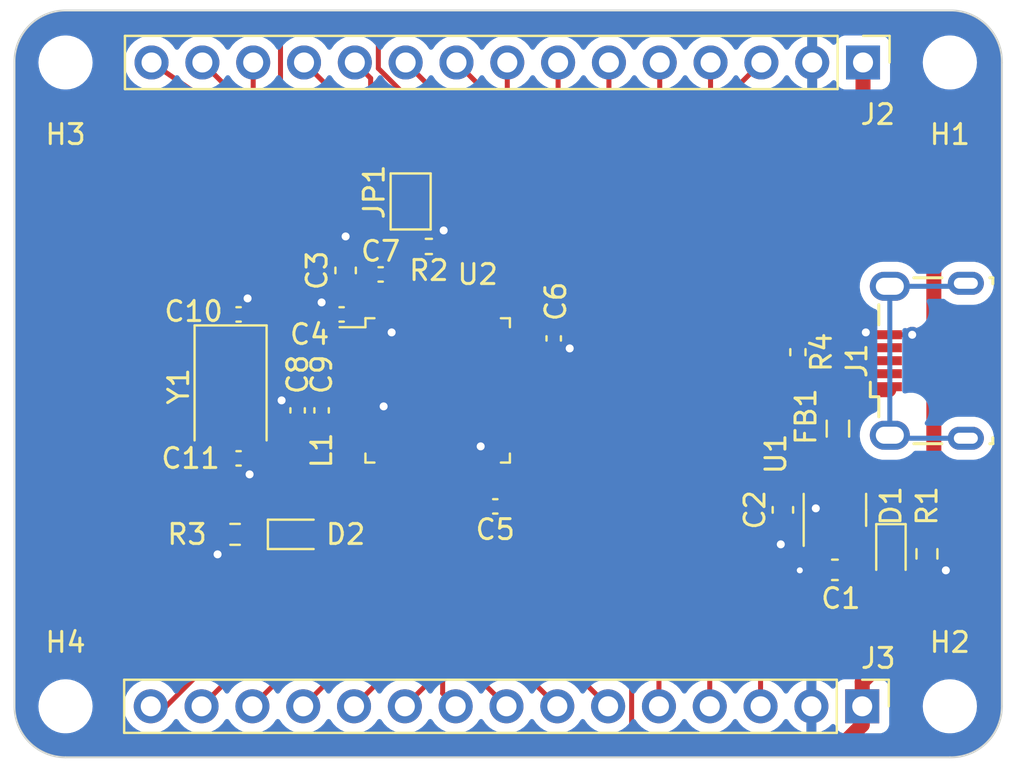
<source format=kicad_pcb>
(kicad_pcb (version 20221018) (generator pcbnew)
  (title_block (title "STM32F103C8T6") (date "2023-08-04") (rev "v.1.0") (company "https://github.com/anilv8"))
  (layers (0 "F.Cu" signal) (31 "B.Cu" signal) (34 "B.Paste" user) (35 "F.Paste" user) (36 "B.SilkS" user "B.Silkscreen") (37 "F.SilkS" user "F.Silkscreen") (38 "B.Mask" user) (39 "F.Mask" user) (44 "Edge.Cuts" user))
  (net 0 "")
  (net 1 "+3.3V")
  (net 2 "GND")
  (net 3 "VCC")
  (net 4 "+3.3VA")
  (net 5 "/HSE_OUT")
  (net 6 "/HSE_IN")
  (net 7 "Net-(D1-K)")
  (net 8 "Net-(D2-K)")
  (net 9 "/LED_STAT")
  (net 10 "+5V")
  (net 11 "USB_D-")
  (net 12 "USB_D+")
  (net 14 "unconnected-(J1-Shield-Pad6)")
  (net 15 "SWDIO")
  (net 16 "SWCLK")
  (net 17 "PA15")
  (net 18 "SW0")
  (net 19 "PB4")
  (net 20 "PB5")
  (net 21 "PB6")
  (net 22 "PB7")
  (net 23 "PB8")
  (net 24 "PB9")
  (net 25 "PC13")
  (net 26 "PC14")
  (net 27 "PC15")
  (net 28 "PA10")
  (net 29 "PA9")
  (net 30 "PA8")
  (net 31 "PB10")
  (net 32 "PB11")
  (net 33 "PB0")
  (net 34 "PB1")
  (net 35 "PB2")
  (net 36 "PA7")
  (net 37 "PA6")
  (net 38 "PA5")
  (net 39 "PA4")
  (net 40 "PA3")
  (net 48 "/BOOT0")
  (footprint "LED_SMD:LED_0603_1608Metric" (layer "F.Cu") (at 164.255 104.375 -90)
    (fp_text reference "D1" (at -2.4 0 90) (layer "F.SilkS"))
    (fp_text value "GREEN" hide)
    (fp_line (start -1.485 -0.735) (end -1.485 0.735) (stroke (width 0.12)) (layer "F.SilkS"))
    (fp_line (start -1.485 0.735) (end 0.8 0.735) (stroke (width 0.12)) (layer "F.SilkS"))
    (fp_line (start 0.8 -0.735) (end -1.485 -0.735) (stroke (width 0.12)) (layer "F.SilkS"))
    (pad "1" smd roundrect (at -0.7875 0 270) (size 0.875 0.95) (layers "F.Cu" "F.Paste" "F.Mask") (net 7 "Net-(D1-K)"))
    (pad "2" smd roundrect (at 0.7875 0 270) (size 0.875 0.95) (layers "F.Cu" "F.Paste" "F.Mask") (net 1 "+3.3V"))
  )
  (footprint "Resistor_SMD:R_0402_1005Metric" (layer "F.Cu") (at 141.16 89)
    (fp_text reference "R2" (at 0 1.2) (layer "F.SilkS"))
    (fp_text value "10k" hide)
    (fp_line (start -0.153641 -0.38) (end 0.153641 -0.38) (stroke (width 0.12)) (layer "F.SilkS"))
    (fp_line (start -0.153641 0.38) (end 0.153641 0.38) (stroke (width 0.12)) (layer "F.SilkS"))
    (pad "1" smd roundrect (at -0.51 0) (size 0.54 0.64) (layers "F.Cu" "F.Paste" "F.Mask") (net 48 "/BOOT0"))
    (pad "2" smd roundrect (at 0.51 0) (size 0.54 0.64) (layers "F.Cu" "F.Paste" "F.Mask") (net 2 "GND"))
  )
  (footprint "Inductor_SMD:L_0805_2012Metric" (layer "F.Cu") (at 161.605 98.1125 -90)
    (fp_text reference "FB1" (at -0.6 1.6 90) (layer "F.SilkS"))
    (fp_text value "100R" hide)
    (fp_line (start -0.399622 -0.56) (end 0.399622 -0.56) (stroke (width 0.12)) (layer "F.SilkS"))
    (fp_line (start -0.399622 0.56) (end 0.399622 0.56) (stroke (width 0.12)) (layer "F.SilkS"))
    (pad "1" smd roundrect (at -1.0625 0 270) (size 0.875 1.2) (layers "F.Cu" "F.Paste" "F.Mask") (net 10 "+5V"))
    (pad "2" smd roundrect (at 1.0625 0 270) (size 0.875 1.2) (layers "F.Cu" "F.Paste" "F.Mask") (net 3 "VCC"))
  )
  (footprint "Capacitor_SMD:C_0402_1005Metric" (layer "F.Cu") (at 134.6 97.2 90)
    (fp_text reference "C8" (at 1.8 0 90) (layer "F.SilkS"))
    (fp_text value "1u" hide)
    (fp_line (start -0.107836 -0.36) (end 0.107836 -0.36) (stroke (width 0.12)) (layer "F.SilkS"))
    (fp_line (start -0.107836 0.36) (end 0.107836 0.36) (stroke (width 0.12)) (layer "F.SilkS"))
    (pad "1" smd roundrect (at -0.48 0 90) (size 0.56 0.62) (layers "F.Cu" "F.Paste" "F.Mask") (net 4 "+3.3VA"))
    (pad "2" smd roundrect (at 0.48 0 90) (size 0.56 0.62) (layers "F.Cu" "F.Paste" "F.Mask") (net 2 "GND"))
  )
  (footprint "Resistor_SMD:R_0603_1608Metric" (layer "F.Cu") (at 166.055 104.375 -90)
    (fp_text reference "R1" (at -2.4 0 90) (layer "F.SilkS"))
    (fp_text value "1k5" hide)
    (fp_line (start -0.237258 -0.5225) (end 0.237258 -0.5225) (stroke (width 0.12)) (layer "F.SilkS"))
    (fp_line (start -0.237258 0.5225) (end 0.237258 0.5225) (stroke (width 0.12)) (layer "F.SilkS"))
    (pad "1" smd roundrect (at -0.825 0 270) (size 0.8 0.95) (layers "F.Cu" "F.Paste" "F.Mask") (net 7 "Net-(D1-K)"))
    (pad "2" smd roundrect (at 0.825 0 270) (size 0.8 0.95) (layers "F.Cu" "F.Paste" "F.Mask") (net 2 "GND"))
  )
  (footprint "Package_QFP:LQFP-48_7x7mm_P0.5mm" (layer "F.Cu") (at 141.6 96.2)
    (fp_text reference "U2" (at 2 -5.8) (layer "F.SilkS"))
    (fp_text value "STM32F103C8Tx" hide)
    (fp_line (start -3.61 -3.61) (end -3.61 -3.16) (stroke (width 0.12)) (layer "F.SilkS"))
    (fp_line (start -3.61 -3.16) (end -4.9 -3.16) (stroke (width 0.12)) (layer "F.SilkS"))
    (fp_line (start -3.61 3.61) (end -3.61 3.16) (stroke (width 0.12)) (layer "F.SilkS"))
    (fp_line (start -3.16 -3.61) (end -3.61 -3.61) (stroke (width 0.12)) (layer "F.SilkS"))
    (fp_line (start -3.16 3.61) (end -3.61 3.61) (stroke (width 0.12)) (layer "F.SilkS"))
    (fp_line (start 3.16 -3.61) (end 3.61 -3.61) (stroke (width 0.12)) (layer "F.SilkS"))
    (fp_line (start 3.16 3.61) (end 3.61 3.61) (stroke (width 0.12)) (layer "F.SilkS"))
    (fp_line (start 3.61 -3.61) (end 3.61 -3.16) (stroke (width 0.12)) (layer "F.SilkS"))
    (fp_line (start 3.61 3.61) (end 3.61 3.16) (stroke (width 0.12)) (layer "F.SilkS"))
    (pad "1" smd roundrect (at -4.1625 -2.75) (size 1.475 0.3) (layers "F.Cu" "F.Paste" "F.Mask") (net 1 "+3.3V"))
    (pad "2" smd roundrect (at -4.1625 -2.25) (size 1.475 0.3) (layers "F.Cu" "F.Paste" "F.Mask") (net 25 "PC13"))
    (pad "3" smd roundrect (at -4.1625 -1.75) (size 1.475 0.3) (layers "F.Cu" "F.Paste" "F.Mask") (net 26 "PC14"))
    (pad "4" smd roundrect (at -4.1625 -1.25) (size 1.475 0.3) (layers "F.Cu" "F.Paste" "F.Mask") (net 27 "PC15"))
    (pad "5" smd roundrect (at -4.1625 -0.75) (size 1.475 0.3) (layers "F.Cu" "F.Paste" "F.Mask") (net 5 "/HSE_OUT"))
    (pad "6" smd roundrect (at -4.1625 -0.25) (size 1.475 0.3) (layers "F.Cu" "F.Paste" "F.Mask") (net 6 "/HSE_IN"))
    (pad "7" smd roundrect (at -4.1625 0.25) (size 1.475 0.3) (layers "F.Cu" "F.Paste" "F.Mask"))
    (pad "8" smd roundrect (at -4.1625 0.75) (size 1.475 0.3) (layers "F.Cu" "F.Paste" "F.Mask") (net 2 "GND"))
    (pad "9" smd roundrect (at -4.1625 1.25) (size 1.475 0.3) (layers "F.Cu" "F.Paste" "F.Mask") (net 4 "+3.3VA"))
    (pad "10" smd roundrect (at -4.1625 1.75) (size 1.475 0.3) (layers "F.Cu" "F.Paste" "F.Mask"))
    (pad "11" smd roundrect (at -4.1625 2.25) (size 1.475 0.3) (layers "F.Cu" "F.Paste" "F.Mask") (net 9 "/LED_STAT"))
    (pad "12" smd roundrect (at -4.1625 2.75) (size 1.475 0.3) (layers "F.Cu" "F.Paste" "F.Mask"))
    (pad "13" smd roundrect (at -2.75 4.1625) (size 0.3 1.475) (layers "F.Cu" "F.Paste" "F.Mask") (net 40 "PA3"))
    (pad "14" smd roundrect (at -2.25 4.1625) (size 0.3 1.475) (layers "F.Cu" "F.Paste" "F.Mask") (net 39 "PA4"))
    (pad "15" smd roundrect (at -1.75 4.1625) (size 0.3 1.475) (layers "F.Cu" "F.Paste" "F.Mask") (net 38 "PA5"))
    (pad "16" smd roundrect (at -1.25 4.1625) (size 0.3 1.475) (layers "F.Cu" "F.Paste" "F.Mask") (net 37 "PA6"))
    (pad "17" smd roundrect (at -0.75 4.1625) (size 0.3 1.475) (layers "F.Cu" "F.Paste" "F.Mask") (net 36 "PA7"))
    (pad "18" smd roundrect (at -0.25 4.1625) (size 0.3 1.475) (layers "F.Cu" "F.Paste" "F.Mask") (net 33 "PB0"))
    (pad "19" smd roundrect (at 0.25 4.1625) (size 0.3 1.475) (layers "F.Cu" "F.Paste" "F.Mask") (net 34 "PB1"))
    (pad "20" smd roundrect (at 0.75 4.1625) (size 0.3 1.475) (layers "F.Cu" "F.Paste" "F.Mask") (net 35 "PB2"))
    (pad "21" smd roundrect (at 1.25 4.1625) (size 0.3 1.475) (layers "F.Cu" "F.Paste" "F.Mask") (net 31 "PB10"))
    (pad "22" smd roundrect (at 1.75 4.1625) (size 0.3 1.475) (layers "F.Cu" "F.Paste" "F.Mask") (net 32 "PB11"))
    (pad "23" smd roundrect (at 2.25 4.1625) (size 0.3 1.475) (layers "F.Cu" "F.Paste" "F.Mask") (net 2 "GND"))
    (pad "24" smd roundrect (at 2.75 4.1625) (size 0.3 1.475) (layers "F.Cu" "F.Paste" "F.Mask") (net 1 "+3.3V"))
    (pad "25" smd roundrect (at 4.1625 2.75) (size 1.475 0.3) (layers "F.Cu" "F.Paste" "F.Mask"))
    (pad "26" smd roundrect (at 4.1625 2.25) (size 1.475 0.3) (layers "F.Cu" "F.Paste" "F.Mask"))
    (pad "27" smd roundrect (at 4.1625 1.75) (size 1.475 0.3) (layers "F.Cu" "F.Paste" "F.Mask"))
    (pad "28" smd roundrect (at 4.1625 1.25) (size 1.475 0.3) (layers "F.Cu" "F.Paste" "F.Mask"))
    (pad "29" smd roundrect (at 4.1625 0.75) (size 1.475 0.3) (layers "F.Cu" "F.Paste" "F.Mask") (net 30 "PA8"))
    (pad "30" smd roundrect (at 4.1625 0.25) (size 1.475 0.3) (layers "F.Cu" "F.Paste" "F.Mask") (net 29 "PA9"))
    (pad "31" smd roundrect (at 4.1625 -0.25) (size 1.475 0.3) (layers "F.Cu" "F.Paste" "F.Mask") (net 28 "PA10"))
    (pad "32" smd roundrect (at 4.1625 -0.75) (size 1.475 0.3) (layers "F.Cu" "F.Paste" "F.Mask") (net 11 "USB_D-"))
    (pad "33" smd roundrect (at 4.1625 -1.25) (size 1.475 0.3) (layers "F.Cu" "F.Paste" "F.Mask") (net 12 "USB_D+"))
    (pad "34" smd roundrect (at 4.1625 -1.75) (size 1.475 0.3) (layers "F.Cu" "F.Paste" "F.Mask") (net 15 "SWDIO"))
    (pad "35" smd roundrect (at 4.1625 -2.25) (size 1.475 0.3) (layers "F.Cu" "F.Paste" "F.Mask") (net 2 "GND"))
    (pad "36" smd roundrect (at 4.1625 -2.75) (size 1.475 0.3) (layers "F.Cu" "F.Paste" "F.Mask") (net 1 "+3.3V"))
    (pad "37" smd roundrect (at 2.75 -4.1625) (size 0.3 1.475) (layers "F.Cu" "F.Paste" "F.Mask") (net 16 "SWCLK"))
    (pad "38" smd roundrect (at 2.25 -4.1625) (size 0.3 1.475) (layers "F.Cu" "F.Paste" "F.Mask") (net 17 "PA15"))
    (pad "39" smd roundrect (at 1.75 -4.1625) (size 0.3 1.475) (layers "F.Cu" "F.Paste" "F.Mask") (net 18 "SW0"))
    (pad "40" smd roundrect (at 1.25 -4.1625) (size 0.3 1.475) (layers "F.Cu" "F.Paste" "F.Mask") (net 19 "PB4"))
    (pad "41" smd roundrect (at 0.75 -4.1625) (size 0.3 1.475) (layers "F.Cu" "F.Paste" "F.Mask") (net 20 "PB5"))
    (pad "42" smd roundrect (at 0.25 -4.1625) (size 0.3 1.475) (layers "F.Cu" "F.Paste" "F.Mask") (net 21 "PB6"))
    (pad "43" smd roundrect (at -0.25 -4.1625) (size 0.3 1.475) (layers "F.Cu" "F.Paste" "F.Mask") (net 22 "PB7"))
    (pad "44" smd roundrect (at -0.75 -4.1625) (size 0.3 1.475) (layers "F.Cu" "F.Paste" "F.Mask") (net 48 "/BOOT0"))
    (pad "45" smd roundrect (at -1.25 -4.1625) (size 0.3 1.475) (layers "F.Cu" "F.Paste" "F.Mask") (net 23 "PB8"))
    (pad "46" smd roundrect (at -1.75 -4.1625) (size 0.3 1.475) (layers "F.Cu" "F.Paste" "F.Mask") (net 24 "PB9"))
    (pad "47" smd roundrect (at -2.25 -4.1625) (size 0.3 1.475) (layers "F.Cu" "F.Paste" "F.Mask") (net 2 "GND"))
    (pad "48" smd roundrect (at -2.75 -4.1625) (size 0.3 1.475) (layers "F.Cu" "F.Paste" "F.Mask") (net 1 "+3.3V"))
  )
  (footprint "Resistor_SMD:R_0402_1005Metric" (layer "F.Cu") (at 159.605 94.29 -90)
    (fp_text reference "R4" (at 0 -1.17 90) (layer "F.SilkS"))
    (fp_text value "1k5")
    (fp_line (start -0.153641 -0.38) (end 0.153641 -0.38) (stroke (width 0.12)) (layer "F.SilkS"))
    (fp_line (start -0.153641 0.38) (end 0.153641 0.38) (stroke (width 0.12)) (layer "F.SilkS"))
    (pad "1" smd roundrect (at -0.51 0 270) (size 0.54 0.64) (layers "F.Cu" "F.Paste" "F.Mask") (net 1 "+3.3V"))
    (pad "2" smd roundrect (at 0.51 0 270) (size 0.54 0.64) (layers "F.Cu" "F.Paste" "F.Mask") (net 12 "USB_D+"))
  )
  (footprint "Capacitor_SMD:C_0402_1005Metric" (layer "F.Cu") (at 131.65 92.4)
    (fp_text reference "C10" (at -2.25 -0.15) (layer "F.SilkS"))
    (fp_text value "30p" hide)
    (fp_line (start -0.107836 -0.36) (end 0.107836 -0.36) (stroke (width 0.12)) (layer "F.SilkS"))
    (fp_line (start -0.107836 0.36) (end 0.107836 0.36) (stroke (width 0.12)) (layer "F.SilkS"))
    (pad "1" smd roundrect (at -0.48 0) (size 0.56 0.62) (layers "F.Cu" "F.Paste" "F.Mask") (net 5 "/HSE_OUT"))
    (pad "2" smd roundrect (at 0.48 0) (size 0.56 0.62) (layers "F.Cu" "F.Paste" "F.Mask") (net 2 "GND"))
  )
  (footprint "MountingHole:MountingHole_2.2mm_M2" (layer "F.Cu") (at 167.2 79.8)
    (fp_text reference "H1" (at 0 3.6) (layer "F.SilkS"))
    (fp_text value "MountingHole" hide)
    (pad "" np_thru_hole circle (at 0 0) (size 2.2 2.2) (drill 2.2) (layers "*.Cu" "*.Mask"))
  )
  (footprint "MountingHole:MountingHole_2.2mm_M2" (layer "F.Cu") (at 167.2 112)
    (fp_text reference "H2" (at 0 -3.2) (layer "F.SilkS"))
    (fp_text value "MountingHole" hide)
    (pad "" np_thru_hole circle (at 0 0) (size 2.2 2.2) (drill 2.2) (layers "*.Cu" "*.Mask"))
  )
  (footprint "LED_SMD:LED_0603_1608Metric" (layer "F.Cu") (at 134.6 103.4)
    (fp_text reference "D2" (at 2.4 0) (layer "F.SilkS"))
    (fp_text value "BLUE" hide)
    (fp_line (start -1.485 -0.735) (end -1.485 0.735) (stroke (width 0.12)) (layer "F.SilkS"))
    (fp_line (start -1.485 0.735) (end 0.8 0.735) (stroke (width 0.12)) (layer "F.SilkS"))
    (fp_line (start 0.8 -0.735) (end -1.485 -0.735) (stroke (width 0.12)) (layer "F.SilkS"))
    (pad "1" smd roundrect (at -0.7875 0) (size 0.875 0.95) (layers "F.Cu" "F.Paste" "F.Mask") (net 8 "Net-(D2-K)"))
    (pad "2" smd roundrect (at 0.7875 0) (size 0.875 0.95) (layers "F.Cu" "F.Paste" "F.Mask") (net 9 "/LED_STAT"))
  )
  (footprint "Capacitor_SMD:C_0402_1005Metric" (layer "F.Cu") (at 138.75 90.4)
    (fp_text reference "C7" (at 0 -1.16) (layer "F.SilkS"))
    (fp_text value "100n" hide)
    (fp_line (start -0.107836 -0.36) (end 0.107836 -0.36) (stroke (width 0.12)) (layer "F.SilkS"))
    (fp_line (start -0.107836 0.36) (end 0.107836 0.36) (stroke (width 0.12)) (layer "F.SilkS"))
    (pad "1" smd roundrect (at -0.48 0) (size 0.56 0.62) (layers "F.Cu" "F.Paste" "F.Mask") (net 1 "+3.3V"))
    (pad "2" smd roundrect (at 0.48 0) (size 0.56 0.62) (layers "F.Cu" "F.Paste" "F.Mask") (net 2 "GND"))
  )
  (footprint "Capacitor_SMD:C_0402_1005Metric" (layer "F.Cu") (at 135.8 97.2 90)
    (fp_text reference "C9" (at 1.8 0 90) (layer "F.SilkS"))
    (fp_text value "100n" hide)
    (fp_line (start -0.107836 -0.36) (end 0.107836 -0.36) (stroke (width 0.12)) (layer "F.SilkS"))
    (fp_line (start -0.107836 0.36) (end 0.107836 0.36) (stroke (width 0.12)) (layer "F.SilkS"))
    (pad "1" smd roundrect (at -0.48 0 90) (size 0.56 0.62) (layers "F.Cu" "F.Paste" "F.Mask") (net 4 "+3.3VA"))
    (pad "2" smd roundrect (at 0.48 0 90) (size 0.56 0.62) (layers "F.Cu" "F.Paste" "F.Mask") (net 2 "GND"))
  )
  (footprint "Capacitor_SMD:C_0402_1005Metric" (layer "F.Cu") (at 144.48 102 180)
    (fp_text reference "C5" (at 0 -1.16) (layer "F.SilkS"))
    (fp_text value "100n" hide)
    (fp_line (start -0.107836 -0.36) (end 0.107836 -0.36) (stroke (width 0.12)) (layer "F.SilkS"))
    (fp_line (start -0.107836 0.36) (end 0.107836 0.36) (stroke (width 0.12)) (layer "F.SilkS"))
    (pad "1" smd roundrect (at -0.48 0 180) (size 0.56 0.62) (layers "F.Cu" "F.Paste" "F.Mask") (net 1 "+3.3V"))
    (pad "2" smd roundrect (at 0.48 0 180) (size 0.56 0.62) (layers "F.Cu" "F.Paste" "F.Mask") (net 2 "GND"))
  )
  (footprint "Capacitor_SMD:C_0603_1608Metric" (layer "F.Cu") (at 137 90.2 90)
    (fp_text reference "C3" (at 0 -1.43 90) (layer "F.SilkS"))
    (fp_text value "4u7" hide)
    (fp_line (start -0.14058 -0.51) (end 0.14058 -0.51) (stroke (width 0.12)) (layer "F.SilkS"))
    (fp_line (start -0.14058 0.51) (end 0.14058 0.51) (stroke (width 0.12)) (layer "F.SilkS"))
    (pad "1" smd roundrect (at -0.775 0 90) (size 0.9 0.95) (layers "F.Cu" "F.Paste" "F.Mask") (net 1 "+3.3V"))
    (pad "2" smd roundrect (at 0.775 0 90) (size 0.9 0.95) (layers "F.Cu" "F.Paste" "F.Mask") (net 2 "GND"))
  )
  (footprint "Connector_USB:USB_Micro-B_Wuerth_629105150521" (layer "F.Cu") (at 166.05 94.7175 90)
    (fp_text reference "J1" (at 0 -3.5 90) (layer "F.SilkS"))
    (fp_text value "USB_B_Micro" hide)
    (fp_line (start -4.15 -0.65) (end -4.15 0.75) (stroke (width 0.15)) (layer "F.SilkS"))
    (fp_line (start -4.15 3.15) (end -4.15 3.3) (stroke (width 0.15)) (layer "F.SilkS"))
    (fp_line (start -4.15 3.3) (end -3.85 3.3) (stroke (width 0.15)) (layer "F.SilkS"))
    (fp_line (start -1.8 -2.825) (end -1.8 -2.4) (stroke (width 0.15)) (layer "F.SilkS"))
    (fp_line (start -1.8 -2.4) (end -2.8 -2.4) (stroke (width 0.15)) (layer "F.SilkS"))
    (fp_line (start -1.075 -2.825) (end -1.8 -2.825) (stroke (width 0.15)) (layer "F.SilkS"))
    (fp_line (start 1.8 -2.4) (end 2.8 -2.4) (stroke (width 0.15)) (layer "F.SilkS"))
    (fp_line (start 3.85 3.3) (end 4.15 3.3) (stroke (width 0.15)) (layer "F.SilkS"))
    (fp_line (start 4.15 0.75) (end 4.15 -0.65) (stroke (width 0.15)) (layer "F.SilkS"))
    (fp_line (start 4.15 3.3) (end 4.15 3.15) (stroke (width 0.15)) (layer "F.SilkS"))
    (pad "" np_thru_hole oval (at -2.5 -0.8 90) (size 0.8 0.8) (drill 0.8) (layers "*.Cu" "*.Mask"))
    (pad "" np_thru_hole oval (at 2.5 -0.8 90) (size 0.8 0.8) (drill 0.8) (layers "*.Cu" "*.Mask"))
    (pad "1" smd rect (at -1.3 -1.9 90) (size 0.45 1.3) (layers "F.Cu" "F.Paste" "F.Mask") (net 10 "+5V"))
    (pad "2" smd rect (at -0.65 -1.9 90) (size 0.45 1.3) (layers "F.Cu" "F.Paste" "F.Mask") (net 11 "USB_D-"))
    (pad "3" smd rect (at 0 -1.9 90) (size 0.45 1.3) (layers "F.Cu" "F.Paste" "F.Mask") (net 12 "USB_D+"))
    (pad "4" smd rect (at 0.65 -1.9 90) (size 0.45 1.3) (layers "F.Cu" "F.Paste" "F.Mask"))
    (pad "5" smd rect (at 1.3 -1.9 90) (size 0.45 1.3) (layers "F.Cu" "F.Paste" "F.Mask") (net 2 "GND"))
    (pad "6" thru_hole oval (at -3.875 1.95 90) (size 1.15 1.8) (drill oval 0.55 1.2) (layers "*.Cu" "*.Mask") (net 14 "unconnected-(J1-Shield-Pad6)"))
    (pad "6" thru_hole oval (at -3.725 -1.85 90) (size 1.45 2) (drill oval 0.85 1.4) (layers "*.Cu" "*.Mask") (net 14 "unconnected-(J1-Shield-Pad6)"))
    (pad "6" thru_hole oval (at 3.725 -1.85 90) (size 1.45 2) (drill oval 0.85 1.4) (layers "*.Cu" "*.Mask") (net 14 "unconnected-(J1-Shield-Pad6)"))
    (pad "6" thru_hole oval (at 3.875 1.95 90) (size 1.15 1.8) (drill oval 0.55 1.2) (layers "*.Cu" "*.Mask") (net 14 "unconnected-(J1-Shield-Pad6)"))
  )
  (footprint "Capacitor_SMD:C_0402_1005Metric" (layer "F.Cu") (at 136.8 92.4 180)
    (fp_text reference "C4" (at 1.6 -1) (layer "F.SilkS"))
    (fp_text value "100n" hide)
    (fp_line (start -0.107836 -0.36) (end 0.107836 -0.36) (stroke (width 0.12)) (layer "F.SilkS"))
    (fp_line (start -0.107836 0.36) (end 0.107836 0.36) (stroke (width 0.12)) (layer "F.SilkS"))
    (pad "1" smd roundrect (at -0.48 0 180) (size 0.56 0.62) (layers "F.Cu" "F.Paste" "F.Mask") (net 1 "+3.3V"))
    (pad "2" smd roundrect (at 0.48 0 180) (size 0.56 0.62) (layers "F.Cu" "F.Paste" "F.Mask") (net 2 "GND"))
  )
  (footprint "Inductor_SMD:L_0402_1005Metric" (layer "F.Cu") (at 134.6 99.2 90)
    (fp_text reference "L1" (at 0 1.2 90) (layer "F.SilkS"))
    (fp_text value "27n" hide)
    (pad "1" smd roundrect (at -0.485 0 90) (size 0.59 0.64) (layers "F.Cu" "F.Paste" "F.Mask") (net 1 "+3.3V"))
    (pad "2" smd roundrect (at 0.485 0 90) (size 0.59 0.64) (layers "F.Cu" "F.Paste" "F.Mask") (net 4 "+3.3VA"))
  )
  (footprint "MountingHole:MountingHole_2.2mm_M2" (layer "F.Cu") (at 123 79.8)
    (fp_text reference "H3" (at 0 3.6) (layer "F.SilkS"))
    (fp_text value "MountingHole" hide)
    (pad "" np_thru_hole circle (at 0 0) (size 2.2 2.2) (drill 2.2) (layers "*.Cu" "*.Mask"))
  )
  (footprint "Resistor_SMD:R_0603_1608Metric" (layer "F.Cu") (at 131.475 103.4 180)
    (fp_text reference "R3" (at 2.4 0) (layer "F.SilkS"))
    (fp_text value "1k5" hide)
    (fp_line (start -0.237258 -0.5225) (end 0.237258 -0.5225) (stroke (width 0.12)) (layer "F.SilkS"))
    (fp_line (start -0.237258 0.5225) (end 0.237258 0.5225) (stroke (width 0.12)) (layer "F.SilkS"))
    (pad "1" smd roundrect (at -0.825 0 180) (size 0.8 0.95) (layers "F.Cu" "F.Paste" "F.Mask") (net 8 "Net-(D2-K)"))
    (pad "2" smd roundrect (at 0.825 0 180) (size 0.8 0.95) (layers "F.Cu" "F.Paste" "F.Mask") (net 2 "GND"))
  )
  (footprint "Capacitor_SMD:C_0603_1608Metric" (layer "F.Cu") (at 158.855 102.175 -90)
    (fp_text reference "C2" (at 0 1.4 90) (layer "F.SilkS"))
    (fp_text value "1u" hide)
    (fp_line (start -0.14058 -0.51) (end 0.14058 -0.51) (stroke (width 0.12)) (layer "F.SilkS"))
    (fp_line (start -0.14058 0.51) (end 0.14058 0.51) (stroke (width 0.12)) (layer "F.SilkS"))
    (pad "1" smd roundrect (at -0.775 0 270) (size 0.9 0.95) (layers "F.Cu" "F.Paste" "F.Mask") (net 3 "VCC"))
    (pad "2" smd roundrect (at 0.775 0 270) (size 0.9 0.95) (layers "F.Cu" "F.Paste" "F.Mask") (net 2 "GND"))
  )
  (footprint "Package_TO_SOT_SMD:SOT-23-3" (layer "F.Cu") (at 161.455 102.175 90)
    (fp_text reference "U1" (at 2.8 -2.955 90) (layer "F.SilkS"))
    (fp_text value "XC6206P333MR" hide)
    (fp_line (start 0 -1.56) (end -1.8 -1.56) (stroke (width 0.12)) (layer "F.SilkS"))
    (fp_line (start 0 -1.56) (end 0.8 -1.56) (stroke (width 0.12)) (layer "F.SilkS"))
    (fp_line (start 0 1.56) (end -0.8 1.56) (stroke (width 0.12)) (layer "F.SilkS"))
    (fp_line (start 0 1.56) (end 0.8 1.56) (stroke (width 0.12)) (layer "F.SilkS"))
    (pad "1" smd roundrect (at -1.1375 -0.95 90) (size 1.325 0.6) (layers "F.Cu" "F.Paste" "F.Mask") (net 2 "GND"))
    (pad "2" smd roundrect (at -1.1375 0.95 90) (size 1.325 0.6) (layers "F.Cu" "F.Paste" "F.Mask") (net 1 "+3.3V"))
    (pad "3" smd roundrect (at 1.1375 0 90) (size 1.325 0.6) (layers "F.Cu" "F.Paste" "F.Mask") (net 3 "VCC"))
  )
  (footprint "Capacitor_SMD:C_0402_1005Metric" (layer "F.Cu") (at 147.4 93.6 -90)
    (fp_text reference "C6" (at -1.85 -0.1 90) (layer "F.SilkS"))
    (fp_text value "100n" hide)
    (fp_line (start -0.107836 -0.36) (end 0.107836 -0.36) (stroke (width 0.12)) (layer "F.SilkS"))
    (fp_line (start -0.107836 0.36) (end 0.107836 0.36) (stroke (width 0.12)) (layer "F.SilkS"))
    (pad "1" smd roundrect (at -0.48 0 270) (size 0.56 0.62) (layers "F.Cu" "F.Paste" "F.Mask") (net 1 "+3.3V"))
    (pad "2" smd roundrect (at 0.48 0 270) (size 0.56 0.62) (layers "F.Cu" "F.Paste" "F.Mask") (net 2 "GND"))
  )
  (footprint "Jumper:SolderJumper-2_P1.3mm_Open_Pad1.0x1.5mm" (layer "F.Cu") (at 140.25 86.75 90)
    (fp_text reference "JP1" (at 0.475 -1.825 90) (layer "F.SilkS"))
    (fp_text value "SolderJumper_2_Open" hide)
    (fp_line (start -1.4 -1) (end 1.4 -1) (stroke (width 0.12)) (layer "F.SilkS"))
    (fp_line (start -1.4 1) (end -1.4 -1) (stroke (width 0.12)) (layer "F.SilkS"))
    (fp_line (start 1.4 -1) (end 1.4 1) (stroke (width 0.12)) (layer "F.SilkS"))
    (fp_line (start 1.4 1) (end -1.4 1) (stroke (width 0.12)) (layer "F.SilkS"))
    (pad "1" smd rect (at -0.65 0 90) (size 1 1.5) (layers "F.Cu" "F.Mask") (net 48 "/BOOT0"))
    (pad "2" smd rect (at 0.65 0 90) (size 1 1.5) (layers "F.Cu" "F.Mask") (net 1 "+3.3V"))
  )
  (footprint "Crystal:Crystal_SMD_5032-2Pin_5.0x3.2mm" (layer "F.Cu") (at 131.25 96 -90)
    (fp_text reference "Y1" (at 0 2.6 90) (layer "F.SilkS"))
    (fp_text value "8MHz" hide)
    (fp_line (start -3.05 -1.8) (end -3.05 1.8) (stroke (width 0.12)) (layer "F.SilkS"))
    (fp_line (start -3.05 1.8) (end 2.7 1.8) (stroke (width 0.12)) (layer "F.SilkS"))
    (fp_line (start 2.7 -1.8) (end -3.05 -1.8) (stroke (width 0.12)) (layer "F.SilkS"))
    (pad "1" smd rect (at -1.85 0 270) (size 2 2.4) (layers "F.Cu" "F.Paste" "F.Mask") (net 5 "/HSE_OUT"))
    (pad "2" smd rect (at 1.85 0 270) (size 2 2.4) (layers "F.Cu" "F.Paste" "F.Mask") (net 6 "/HSE_IN"))
  )
  (footprint "Capacitor_SMD:C_0603_1608Metric" (layer "F.Cu") (at 161.455 105.175 180)
    (fp_text reference "C1" (at -0.295 -1.43) (layer "F.SilkS"))
    (fp_text value "1u" hide)
    (fp_line (start -0.14058 -0.51) (end 0.14058 -0.51) (stroke (width 0.12)) (layer "F.SilkS"))
    (fp_line (start -0.14058 0.51) (end 0.14058 0.51) (stroke (width 0.12)) (layer "F.SilkS"))
    (pad "1" smd roundrect (at -0.775 0 180) (size 0.9 0.95) (layers "F.Cu" "F.Paste" "F.Mask") (net 1 "+3.3V"))
    (pad "2" smd roundrect (at 0.775 0 180) (size 0.9 0.95) (layers "F.Cu" "F.Paste" "F.Mask") (net 2 "GND"))
  )
  (footprint "Connector_PinHeader_2.54mm:PinHeader_1x15_P2.54mm_Vertical" (layer "F.Cu") (at 162.86 79.8 -90)
    (fp_text reference "J2" (at 2.6 -0.74 -180) (layer "F.SilkS"))
    (fp_text value "Conn_01x15" hide)
    (fp_line (start -1.33 -1.33) (end 0 -1.33) (stroke (width 0.12)) (layer "F.SilkS"))
    (fp_line (start -1.33 0) (end -1.33 -1.33) (stroke (width 0.12)) (layer "F.SilkS"))
    (fp_line (start -1.33 1.27) (end -1.33 36.89) (stroke (width 0.12)) (layer "F.SilkS"))
    (fp_line (start -1.33 1.27) (end 1.33 1.27) (stroke (width 0.12)) (layer "F.SilkS"))
    (fp_line (start -1.33 36.89) (end 1.33 36.89) (stroke (width 0.12)) (layer "F.SilkS"))
    (fp_line (start 1.33 1.27) (end 1.33 36.89) (stroke (width 0.12)) (layer "F.SilkS"))
    (pad "1" thru_hole rect (at 0 0 270) (size 1.7 1.7) (drill 1) (layers "*.Cu" "*.Mask") (net 1 "+3.3V"))
    (pad "2" thru_hole oval (at 0 2.54 270) (size 1.7 1.7) (drill 1) (layers "*.Cu" "*.Mask") (net 2 "GND"))
    (pad "3" thru_hole oval (at 0 5.08 270) (size 1.7 1.7) (drill 1) (layers "*.Cu" "*.Mask") (net 15 "SWDIO"))
    (pad "4" thru_hole oval (at 0 7.62 270) (size 1.7 1.7) (drill 1) (layers "*.Cu" "*.Mask") (net 16 "SWCLK"))
    (pad "5" thru_hole oval (at 0 10.16 270) (size 1.7 1.7) (drill 1) (layers "*.Cu" "*.Mask") (net 17 "PA15"))
    (pad "6" thru_hole oval (at 0 12.7 270) (size 1.7 1.7) (drill 1) (layers "*.Cu" "*.Mask") (net 18 "SW0"))
    (pad "7" thru_hole oval (at 0 15.24 270) (size 1.7 1.7) (drill 1) (layers "*.Cu" "*.Mask") (net 19 "PB4"))
    (pad "8" thru_hole oval (at 0 17.78 270) (size 1.7 1.7) (drill 1) (layers "*.Cu" "*.Mask") (net 20 "PB5"))
    (pad "9" thru_hole oval (at 0 20.32 270) (size 1.7 1.7) (drill 1) (layers "*.Cu" "*.Mask") (net 21 "PB6"))
    (pad "10" thru_hole oval (at 0 22.86 270) (size 1.7 1.7) (drill 1) (layers "*.Cu" "*.Mask") (net 22 "PB7"))
    (pad "11" thru_hole oval (at 0 25.4 270) (size 1.7 1.7) (drill 1) (layers "*.Cu" "*.Mask") (net 23 "PB8"))
    (pad "12" thru_hole oval (at 0 27.94 270) (size 1.7 1.7) (drill 1) (layers "*.Cu" "*.Mask") (net 24 "PB9"))
    (pad "13" thru_hole oval (at 0 30.48 270) (size 1.7 1.7) (drill 1) (layers "*.Cu" "*.Mask") (net 25 "PC13"))
    (pad "14" thru_hole oval (at 0 33.02 270) (size 1.7 1.7) (drill 1) (layers "*.Cu" "*.Mask") (net 26 "PC14"))
    (pad "15" thru_hole oval (at 0 35.56 270) (size 1.7 1.7) (drill 1) (layers "*.Cu" "*.Mask") (net 27 "PC15"))
  )
  (footprint "MountingHole:MountingHole_2.2mm_M2" (layer "F.Cu") (at 123 112)
    (fp_text reference "H4" (at 0 -3.2) (layer "F.SilkS"))
    (fp_text value "MountingHole" hide)
    (pad "" np_thru_hole circle (at 0 0) (size 2.2 2.2) (drill 2.2) (layers "*.Cu" "*.Mask"))
  )
  (footprint "Connector_PinHeader_2.54mm:PinHeader_1x15_P2.54mm_Vertical" (layer "F.Cu") (at 162.82 112 -90)
    (fp_text reference "J3" (at -2.4 -0.8 -180) (layer "F.SilkS"))
    (fp_text value "Conn_01x15" hide)
    (fp_line (start -1.33 -1.33) (end 0 -1.33) (stroke (width 0.12)) (layer "F.SilkS"))
    (fp_line (start -1.33 0) (end -1.33 -1.33) (stroke (width 0.12)) (layer "F.SilkS"))
    (fp_line (start -1.33 1.27) (end -1.33 36.89) (stroke (width 0.12)) (layer "F.SilkS"))
    (fp_line (start -1.33 1.27) (end 1.33 1.27) (stroke (width 0.12)) (layer "F.SilkS"))
    (fp_line (start -1.33 36.89) (end 1.33 36.89) (stroke (width 0.12)) (layer "F.SilkS"))
    (fp_line (start 1.33 1.27) (end 1.33 36.89) (stroke (width 0.12)) (layer "F.SilkS"))
    (pad "1" thru_hole rect (at 0 0 270) (size 1.7 1.7) (drill 1) (layers "*.Cu" "*.Mask") (net 1 "+3.3V"))
    (pad "2" thru_hole oval (at 0 2.54 270) (size 1.7 1.7) (drill 1) (layers "*.Cu" "*.Mask") (net 2 "GND"))
    (pad "3" thru_hole oval (at 0 5.08 270) (size 1.7 1.7) (drill 1) (layers "*.Cu" "*.Mask") (net 28 "PA10"))
    (pad "4" thru_hole oval (at 0 7.62 270) (size 1.7 1.7) (drill 1) (layers "*.Cu" "*.Mask") (net 29 "PA9"))
    (pad "5" thru_hole oval (at 0 10.16 270) (size 1.7 1.7) (drill 1) (layers "*.Cu" "*.Mask") (net 30 "PA8"))
    (pad "6" thru_hole oval (at 0 12.7 270) (size 1.7 1.7) (drill 1) (layers "*.Cu" "*.Mask") (net 32 "PB11"))
    (pad "7" thru_hole oval (at 0 15.24 270) (size 1.7 1.7) (drill 1) (layers "*.Cu" "*.Mask") (net 31 "PB10"))
    (pad "8" thru_hole oval (at 0 17.78 270) (size 1.7 1.7) (drill 1) (layers "*.Cu" "*.Mask") (net 35 "PB2"))
    (pad "9" thru_hole oval (at 0 20.32 270) (size 1.7 1.7) (drill 1) (layers "*.Cu" "*.Mask") (net 34 "PB1"))
    (pad "10" thru_hole oval (at 0 22.86 270) (size 1.7 1.7) (drill 1) (layers "*.Cu" "*.Mask") (net 33 "PB0"))
    (pad "11" thru_hole oval (at 0 25.4 270) (size 1.7 1.7) (drill 1) (layers "*.Cu" "*.Mask") (net 36 "PA7"))
    (pad "12" thru_hole oval (at 0 27.94 270) (size 1.7 1.7) (drill 1) (layers "*.Cu" "*.Mask") (net 37 "PA6"))
    (pad "13" thru_hole oval (at 0 30.48 270) (size 1.7 1.7) (drill 1) (layers "*.Cu" "*.Mask") (net 38 "PA5"))
    (pad "14" thru_hole oval (at 0 33.02 270) (size 1.7 1.7) (drill 1) (layers "*.Cu" "*.Mask") (net 39 "PA4"))
    (pad "15" thru_hole oval (at 0 35.56 270) (size 1.7 1.7) (drill 1) (layers "*.Cu" "*.Mask") (net 40 "PA3"))
  )
  (footprint "Capacitor_SMD:C_0402_1005Metric" (layer "F.Cu") (at 131.65 99.6)
    (fp_text reference "C11" (at -2.4 0) (layer "F.SilkS"))
    (fp_text value "30p" hide)
    (fp_line (start -0.107836 -0.36) (end 0.107836 -0.36) (stroke (width 0.12)) (layer "F.SilkS"))
    (fp_line (start -0.107836 0.36) (end 0.107836 0.36) (stroke (width 0.12)) (layer "F.SilkS"))
    (pad "1" smd roundrect (at -0.48 0) (size 0.56 0.62) (layers "F.Cu" "F.Paste" "F.Mask") (net 6 "/HSE_IN"))
    (pad "2" smd roundrect (at 0.48 0) (size 0.56 0.62) (layers "F.Cu" "F.Paste" "F.Mask") (net 2 "GND"))
  )
  (gr_line (start 169.8 79.8) (end 169.8 112) (stroke (width 0.1)) (layer "Edge.Cuts"))
  (gr_arc (start 120.450471 79.799029) (mid 121.179626 77.964296) (end 123 77.2) (stroke (width 0.1)) (layer "Edge.Cuts"))
  (gr_arc (start 123 114.549529) (mid 121.196867 113.802446) (end 120.450471 111.999029) (stroke (width 0.1)) (layer "Edge.Cuts"))
  (gr_arc (start 169.8 112) (mid 169.035357 113.820714) (end 167.2 114.54951) (stroke (width 0.1)) (layer "Edge.Cuts"))
  (gr_line (start 123 114.549529) (end 167.2 114.549529) (stroke (width 0.1)) (layer "Edge.Cuts"))
  (gr_line (start 123 77.2) (end 167.2 77.2) (stroke (width 0.1)) (layer "Edge.Cuts"))
  (gr_arc (start 167.2 77.2) (mid 169.053469 77.946531) (end 169.8 79.8) (stroke (width 0.1)) (layer "Edge.Cuts"))
  (gr_line (start 120.450471 79.799029) (end 120.450471 111.999029) (stroke (width 0.1)) (layer "Edge.Cuts"))
  (segment (start 137.28 92.4) (end 138.4875 92.4) (width 0.25) (layer "F.Cu") (net 1))
  (segment (start 140.8 82.261701) (end 140.8 86.1) (width 0.25) (layer "F.Cu") (net 1))
  (segment (start 151.295 108.335) (end 151.295 113.955) (width 0.25) (layer "F.Cu") (net 1))
  (segment (start 166.4 100) (end 166.4 88.88) (width 0.75) (layer "F.Cu") (net 1))
  (segment (start 165.2 107.2) (end 167.4 107.2) (width 0.75) (layer "F.Cu") (net 1))
  (segment (start 162.82 110.78) (end 165.2 108.4) (width 0.75) (layer "F.Cu") (net 1))
  (segment (start 138.635 78.885) (end 137.7625 78.0125) (width 0.25) (layer "F.Cu") (net 1))
  (segment (start 137.695 90.975) (end 138.27 90.4) (width 0.25) (layer "F.Cu") (net 1))
  (segment (start 148.4 90.8) (end 159.605 90.8) (width 0.75) (layer "F.Cu") (net 1))
  (segment (start 162.23 105.175) (end 162.23 106.03) (width 0.75) (layer "F.Cu") (net 1))
  (segment (start 133.5 77.75) (end 137.5 77.75) (width 0.5) (layer "F.Cu") (net 1))
  (segment (start 162.2425 105.1625) (end 162.23 105.175) (width 0.5) (layer "F.Cu") (net 1))
  (segment (start 144.35 101.382391) (end 144.35 100.3625) (width 0.25) (layer "F.Cu") (net 1))
  (segment (start 147.4 93.12) (end 147.4 91.8) (width 0.75) (layer "F.Cu") (net 1))
  (segment (start 168.6 106) (end 168.6 102.2) (width 0.75) (layer "F.Cu") (net 1))
  (segment (start 137.4375 92.5575) (end 137.28 92.4) (width 0.25) (layer "F.Cu") (net 1))
  (segment (start 162.8 86.8) (end 161.4 86.8) (width 0.75) (layer "F.Cu") (net 1))
  (segment (start 138.635 78.885) (end 138.635 80.096701) (width 0.25) (layer "F.Cu") (net 1))
  (segment (start 162.82 112.93) (end 161.75 114) (width 0.75) (layer "F.Cu") (net 1))
  (segment (start 138.4875 92.4) (end 138.85 92.0375) (width 0.25) (layer "F.Cu") (net 1))
  (segment (start 137.28 91.255) (end 137 90.975) (width 0.25) (layer "F.Cu") (net 1))
  (segment (start 161.4 86.8) (end 159.605 88.595) (width 0.75) (layer "F.Cu") (net 1))
  (segment (start 144.96 101.992391) (end 144.35 101.382391) (width 0.25) (layer "F.Cu") (net 1))
  (segment (start 125 113) (end 125 101.75) (width 0.75) (layer "F.Cu") (net 1))
  (segment (start 125 101.75) (end 125 78.75) (width 0.75) (layer "F.Cu") (net 1))
  (segment (start 163.4 107.2) (end 165.2 107.2) (width 0.75) (layer "F.Cu") (net 1))
  (segment (start 162.82 112) (end 162.82 112.93) (width 0.75) (layer "F.Cu") (net 1))
  (segment (start 164.255 105.1625) (end 162.2425 105.1625) (width 0.75) (layer "F.Cu") (net 1))
  (segment (start 133.745 77.995) (end 133.5 77.75) (width 0.25) (layer "F.Cu") (net 1))
  (segment (start 166.4 88.88) (end 164.32 86.8) (width 0.75) (layer "F.Cu") (net 1))
  (segment (start 144.96 102) (end 151.295 108.335) (width 0.25) (layer "F.Cu") (net 1))
  (segment (start 125 78.75) (end 126 77.75) (width 0.5) (layer "F.Cu") (net 1))
  (segment (start 134.5 101) (end 133.75 101.75) (width 0.75) (layer "F.Cu") (net 1))
  (segment (start 138.635 80.096701) (end 140.8 82.261701) (width 0.25) (layer "F.Cu") (net 1))
  (segment (start 134.35 81.6) (end 133.745 80.995) (width 0.25) (layer "F.Cu") (net 1))
  (segment (start 134.6 99.685) (end 134.5 99.785) (width 0.5) (layer "F.Cu") (net 1))
  (segment (start 151.295 113.955) (end 151.25 114) (width 0.25) (layer "F.Cu") (net 1))
  (segment (start 151.25 114) (end 126 114) (width 0.75) (layer "F.Cu") (net 1))
  (segment (start 159.605 93.78) (end 159.605 90.8) (width 0.75) (layer "F.Cu") (net 1))
  (segment (start 126 114) (end 125 113) (width 0.75) (layer "F.Cu") (net 1))
  (segment (start 126 77.75) (end 133.5 77.75) (width 0.5) (layer "F.Cu") (net 1))
  (segment (start 159.605 88.595) (end 159.605 90.8) (width 0.75) (layer "F.Cu") (net 1))
  (segment (start 162.405 105) (end 162.23 105.175) (width 0.5) (layer "F.Cu") (net 1))
  (segment (start 147.4 91.8) (end 148.4 90.8) (width 0.75) (layer "F.Cu") (net 1))
  (segment (start 162.86 86.74) (end 162.8 86.8) (width 0.5) (layer "F.Cu") (net 1))
  (segment (start 161.75 114) (end 151.25 114) (width 0.75) (layer "F.Cu") (net 1))
  (segment (start 137.5 77.75) (end 137.7625 78.0125) (width 0.5) (layer "F.Cu") (net 1))
  (segment (start 164.32 86.8) (end 162.8 86.8) (width 0.75) (layer "F.Cu") (net 1))
  (segment (start 162.405 103.3125) (end 162.405 105) (width 0.75) (layer "F.Cu") (net 1))
  (segment (start 162.23 106.03) (end 163.4 107.2) (width 0.75) (layer "F.Cu") (net 1))
  (segment (start 168.6 102.2) (end 166.4 100) (width 0.75) (layer "F.Cu") (net 1))
  (segment (start 162.82 112) (end 162.82 110.78) (width 0.75) (layer "F.Cu") (net 1))
  (segment (start 162.86 79.8) (end 162.86 86.74) (width 0.75) (layer "F.Cu") (net 1))
  (segment (start 133.75 101.75) (end 125 101.75) (width 0.75) (layer "F.Cu") (net 1))
  (segment (start 134.5 99.785) (end 134.5 101) (width 0.75) (layer "F.Cu") (net 1))
  (segment (start 137.4375 93.45) (end 137.4375 92.5575) (width 0.25) (layer "F.Cu") (net 1))
  (segment (start 144.96 102) (end 144.96 101.992391) (width 0.25) (layer "F.Cu") (net 1))
  (segment (start 167.4 107.2) (end 168.6 106) (width 0.75) (layer "F.Cu") (net 1))
  (segment (start 137 90.975) (end 137.695 90.975) (width 0.25) (layer "F.Cu") (net 1))
  (segment (start 147.07 93.45) (end 147.4 93.12) (width 0.25) (layer "F.Cu") (net 1))
  (segment (start 137 90.975) (end 134.35 88.325) (width 0.25) (layer "F.Cu") (net 1))
  (segment (start 165.2 108.4) (end 165.2 107.2) (width 0.75) (layer "F.Cu") (net 1))
  (segment (start 145.7625 93.45) (end 147.07 93.45) (width 0.25) (layer "F.Cu") (net 1))
  (segment (start 133.745 80.995) (end 133.745 77.995) (width 0.25) (layer "F.Cu") (net 1))
  (segment (start 137.28 92.4) (end 137.28 91.255) (width 0.25) (layer "F.Cu") (net 1))
  (segment (start 134.35 88.325) (end 134.35 81.6) (width 0.25) (layer "F.Cu") (net 1))
  (segment (start 136.32 92.4) (end 136.32 92.32) (width 0.25) (layer "F.Cu") (net 2))
  (segment (start 134.58 96.7) (end 134.6 96.72) (width 0.25) (layer "F.Cu") (net 2))
  (segment (start 133.8 96.7) (end 134.58 96.7) (width 0.25) (layer "F.Cu") (net 2))
  (segment (start 137 89.425) (end 137 88.5) (width 0.25) (layer "F.Cu") (net 2))
  (segment (start 139.35 92.0375) (end 139.35 93.25) (width 0.25) (layer "F.Cu") (net 2))
  (segment (start 143.85 100.3625) (end 143.85 99.1) (width 0.25) (layer "F.Cu") (net 2))
  (segment (start 160.5 102.1) (end 160.5 103.3075) (width 0.25) (layer "F.Cu") (net 2))
  (segment (start 139.28 90.4) (end 139.35 90.47) (width 0.25) (layer "F.Cu") (net 2))
  (segment (start 139.35 90.52) (end 139.35 92.0375) (width 0.25) (layer "F.Cu") (net 2))
  (segment (start 143.85 100.3625) (end 143.85 101.85) (width 0.25) (layer "F.Cu") (net 2))
  (segment (start 132.13 99.6) (end 132.13 100.33) (width 0.25) (layer "F.Cu") (net 2))
  (segment (start 158.855 103.795) (end 158.75 103.9) (width 0.25) (layer "F.Cu") (net 2))
  (segment (start 143.85 101.85) (end 144 102) (width 0.25) (layer "F.Cu") (net 2))
  (segment (start 143.85 99.1) (end 143.75 99) (width 0.25) (layer "F.Cu") (net 2))
  (segment (start 132.13 91.63) (end 132.1 91.6) (width 0.25) (layer "F.Cu") (net 2))
  (segment (start 130.65 103.4) (end 130.65 104.35) (width 0.25) (layer "F.Cu") (net 2))
  (segment (start 137.4375 96.95) (end 138.85 96.95) (width 0.25) (layer "F.Cu") (net 2))
  (segment (start 139.23 90.4) (end 139.35 90.52) (width 0.25) (layer "F.Cu") (net 2))
  (segment (start 145.7625 93.95) (end 147.27 93.95) (width 0.25) (layer "F.Cu") (net 2))
  (segment (start 158.855 102.95) (end 158.855 103.795) (width 0.25) (layer "F.Cu") (net 2))
  (segment (start 166.055 105.2) (end 167 105.2) (width 0.25) (layer "F.Cu") (net 2))
  (segment (start 136.32 92.32) (end 135.8 91.8) (width 0.25) (layer "F.Cu") (net 2))
  (segment (start 163.1175 93.4175) (end 163 93.3) (width 0.25) (layer "F.Cu") (net 2))
  (segment (start 135.8 96.72) (end 136.03 96.95) (width 0.25) (layer "F.Cu") (net 2))
  (segment (start 165.3175 93.4175) (end 164.15 93.4175) (width 0.25) (layer "F.Cu") (net 2))
  (segment (start 160.5 103.3075) (end 160.505 103.3125) (width 0.25) (layer "F.Cu") (net 2))
  (segment (start 160.68 105.175) (end 159.725 105.175) (width 0.25) (layer "F.Cu") (net 2))
  (segment (start 159.725 105.175) (end 159.7 105.2) (width 0.25) (layer "F.Cu") (net 2))
  (segment (start 139.35 93.25) (end 139.3 93.3) (width 0.25) (layer "F.Cu") (net 2))
  (segment (start 138.85 96.95) (end 138.9 97) (width 0.25) (layer "F.Cu") (net 2))
  (segment (start 148.18 94.08) (end 148.2 94.1) (width 0.25) (layer "F.Cu") (net 2))
  (segment (start 147.27 93.95) (end 147.4 94.08) (width 0.25) (layer "F.Cu") (net 2))
  (segment (start 132.13 92.4) (end 132.13 91.63) (width 0.25) (layer "F.Cu") (net 2))
  (segment (start 130.65 104.35) (end 130.6 104.4) (width 0.25) (layer "F.Cu") (net 2))
  (segment (start 164.15 93.4175) (end 163.1175 93.4175) (width 0.25) (layer "F.Cu") (net 2))
  (segment (start 134.6 96.72) (end 135.8 96.72) (width 0.25) (layer "F.Cu") (net 2))
  (segment (start 147.4 94.08) (end 148.18 94.08) (width 0.25) (layer "F.Cu") (net 2))
  (segment (start 136.03 96.95) (end 137.4375 96.95) (width 0.25) (layer "F.Cu") (net 2))
  (segment (start 141.67 89) (end 141.67 88.43) (width 0.25) (layer "F.Cu") (net 2))
  (segment (start 141.67 88.43) (end 141.9 88.2) (width 0.25) (layer "F.Cu") (net 2))
  (segment (start 132.13 100.33) (end 132.2 100.4) (width 0.25) (layer "F.Cu") (net 2))
  (via (at 139.3 93.3) (size 0.8) (drill 0.4) (layers "F.Cu" "B.Cu") (net 2))
  (via (at 165.3175 93.4175) (size 0.8) (drill 0.4) (layers "F.Cu" "B.Cu") (net 2))
  (via (at 143.75 99) (size 0.8) (drill 0.4) (layers "F.Cu" "B.Cu") (net 2))
  (via (at 132.2 100.4) (size 0.8) (drill 0.4) (layers "F.Cu" "B.Cu") (net 2))
  (via (at 130.6 104.4) (size 0.8) (drill 0.4) (layers "F.Cu" "B.Cu") (net 2))
  (via (at 133.8 96.7) (size 0.8) (drill 0.4) (layers "F.Cu" "B.Cu") (net 2))
  (via (at 135.8 91.8) (size 0.8) (drill 0.4) (layers "F.Cu" "B.Cu") (net 2))
  (via (at 141.9 88.2) (size 0.8) (drill 0.4) (layers "F.Cu" "B.Cu") (net 2))
  (via (at 160.5 102.1) (size 0.8) (drill 0.4) (layers "F.Cu" "B.Cu") (net 2))
  (via (at 132.1 91.6) (size 0.8) (drill 0.4) (layers "F.Cu" "B.Cu") (net 2))
  (via (at 167 105.2) (size 0.8) (drill 0.4) (layers "F.Cu" "B.Cu") (net 2))
  (via (at 138.9 97) (size 0.8) (drill 0.4) (layers "F.Cu" "B.Cu") (net 2))
  (via (at 159.7 105.2) (size 0.7) (drill 0.3) (layers "F.Cu" "B.Cu") (net 2))
  (via (at 163 93.3) (size 0.8) (drill 0.4) (layers "F.Cu" "B.Cu") (net 2))
  (via (at 148.2 94.1) (size 0.8) (drill 0.4) (layers "F.Cu" "B.Cu") (net 2))
  (via (at 158.75 103.9) (size 0.8) (drill 0.4) (layers "F.Cu" "B.Cu") (net 2))
  (via (at 137 88.5) (size 0.8) (drill 0.4) (layers "F.Cu" "B.Cu") (net 2))
  (segment (start 159.2175 101.0375) (end 161.455 101.0375) (width 0.75) (layer "F.Cu") (net 3))
  (segment (start 161.455 99.325) (end 161.605 99.175) (width 0.75) (layer "F.Cu") (net 3))
  (segment (start 158.855 101.4) (end 159.2175 101.0375) (width 0.75) (layer "F.Cu") (net 3))
  (segment (start 161.455 101.0375) (end 161.455 99.325) (width 0.75) (layer "F.Cu") (net 3))
  (segment (start 134.6 98.715) (end 134.6 97.68) (width 0.75) (layer "F.Cu") (net 4))
  (segment (start 134.6 97.68) (end 135.8 97.68) (width 0.75) (layer "F.Cu") (net 4))
  (segment (start 137.4375 97.45) (end 136.355 97.45) (width 0.25) (layer "F.Cu") (net 4))
  (segment (start 136.355 97.45) (end 136.125 97.68) (width 0.25) (layer "F.Cu") (net 4))
  (segment (start 135.8 97.68) (end 136.125 97.68) (width 0.75) (layer "F.Cu") (net 4))
  (segment (start 136.054195 95.45) (end 137.4375 95.45) (width 0.25) (layer "F.Cu") (net 5))
  (segment (start 131.25 94.15) (end 134.754195 94.15) (width 0.25) (layer "F.Cu") (net 5))
  (segment (start 131.17 92.4) (end 131.17 94.07) (width 0.25) (layer "F.Cu") (net 5))
  (segment (start 134.754195 94.15) (end 136.054195 95.45) (width 0.25) (layer "F.Cu") (net 5))
  (segment (start 131.17 94.07) (end 131.25 94.15) (width 0.25) (layer "F.Cu") (net 5))
  (segment (start 131.17 99.6) (end 131.17 97.93) (width 0.25) (layer "F.Cu") (net 6))
  (segment (start 131.9 95.95) (end 131.25 96.6) (width 0.25) (layer "F.Cu") (net 6))
  (segment (start 131.25 96.6) (end 131.25 97.85) (width 0.25) (layer "F.Cu") (net 6))
  (segment (start 131.17 97.93) (end 131.25 97.85) (width 0.25) (layer "F.Cu") (net 6))
  (segment (start 137.4375 95.95) (end 131.9 95.95) (width 0.25) (layer "F.Cu") (net 6))
  (segment (start 164.255 103.5875) (end 166.0175 103.5875) (width 0.25) (layer "F.Cu") (net 7))
  (segment (start 166.0175 103.5875) (end 166.055 103.55) (width 0.25) (layer "F.Cu") (net 7))
  (segment (start 133.8125 103.4) (end 132.3 103.4) (width 0.25) (layer "F.Cu") (net 8))
  (segment (start 137.4375 98.45) (end 136.634315 98.45) (width 0.25) (layer "F.Cu") (net 9))
  (segment (start 135.3875 99.696815) (end 135.3875 103.4) (width 0.25) (layer "F.Cu") (net 9))
  (segment (start 136.634315 98.45) (end 135.3875 99.696815) (width 0.25) (layer "F.Cu") (net 9))
  (segment (start 164.15 96.0175) (end 164.15 96.05) (width 0.25) (layer "F.Cu") (net 10))
  (segment (start 161.605 97.05) (end 162.4875 96.1675) (width 0.75) (layer "F.Cu") (net 10))
  (segment (start 162.4875 96.1675) (end 164.15 96.1675) (width 0.75) (layer "F.Cu") (net 10))
  (segment (start 164.0675 95.45) (end 164.15 95.3675) (width 0.25) (layer "F.Cu") (net 11))
  (segment (start 145.7625 95.45) (end 164.0675 95.45) (width 0.25) (layer "F.Cu") (net 11))
  (segment (start 162.9925 94.975) (end 163.25 94.7175) (width 0.25) (layer "F.Cu") (net 12))
  (segment (start 145.7625 94.95) (end 145.7875 94.975) (width 0.25) (layer "F.Cu") (net 12))
  (segment (start 145.7875 94.975) (end 162.9925 94.975) (width 0.25) (layer "F.Cu") (net 12))
  (segment (start 163.25 94.7175) (end 164.15 94.7175) (width 0.25) (layer "F.Cu") (net 12))
  (segment (start 167.85 90.9925) (end 168 90.8425) (width 0.25) (layer "B.Cu") (net 14))
  (segment (start 168 98.5925) (end 164.35 98.5925) (width 0.25) (layer "B.Cu") (net 14))
  (segment (start 164.35 98.5925) (end 164.2 98.4425) (width 0.25) (layer "B.Cu") (net 14))
  (segment (start 164.2 90.9925) (end 167.85 90.9925) (width 0.25) (layer "B.Cu") (net 14))
  (segment (start 164.2 90.9925) (end 164.2 98.4425) (width 0.25) (layer "B.Cu") (net 14))
  (segment (start 145.95 91.9) (end 148.68 88.9) (width 0.25) (layer "F.Cu") (net 15))
  (segment (start 148.68 88.9) (end 157.78 79.8) (width 0.25) (layer "F.Cu") (net 15))
  (segment (start 145.7625 94.45) (end 144.959315 94.45) (width 0.25) (layer "F.Cu") (net 15))
  (segment (start 144.959315 94.45) (end 144.7 94.190685) (width 0.25) (layer "F.Cu") (net 15))
  (segment (start 144.7 93.15) (end 145.95 91.9) (width 0.25) (layer "F.Cu") (net 15))
  (segment (start 144.7 94.190685) (end 144.7 93.15) (width 0.25) (layer "F.Cu") (net 15))
  (segment (start 144.7375 92.0375) (end 152.85 83.925) (width 0.25) (layer "F.Cu") (net 16))
  (segment (start 155.24 81.51) (end 155.24 79.8) (width 0.25) (layer "F.Cu") (net 16))
  (segment (start 144.35 92.0375) (end 144.7375 92.0375) (width 0.25) (layer "F.Cu") (net 16))
  (segment (start 152.85 83.9) (end 155.24 81.51) (width 0.25) (layer "F.Cu") (net 16))
  (segment (start 152.85 83.925) (end 152.85 83.9) (width 0.25) (layer "F.Cu") (net 16))
  (segment (start 152.7 79.8) (end 152.7 82.384315) (width 0.25) (layer "F.Cu") (net 17))
  (segment (start 152.7 82.384315) (end 143.85 91.234315) (width 0.25) (layer "F.Cu") (net 17))
  (segment (start 143.85 91.234315) (end 143.85 92.0375) (width 0.25) (layer "F.Cu") (net 17))
  (segment (start 143.35 91.097919) (end 143.35 92.0375) (width 0.25) (layer "F.Cu") (net 18))
  (segment (start 150.16 79.8) (end 150.16 84.287919) (width 0.25) (layer "F.Cu") (net 18))
  (segment (start 150.16 84.287919) (end 143.35 91.097919) (width 0.25) (layer "F.Cu") (net 18))
  (segment (start 147.62 86.191523) (end 142.85 90.961523) (width 0.25) (layer "F.Cu") (net 19))
  (segment (start 142.85 90.961523) (end 142.85 92.0375) (width 0.25) (layer "F.Cu") (net 19))
  (segment (start 147.62 79.8) (end 147.62 86.191523) (width 0.25) (layer "F.Cu") (net 19))
  (segment (start 145.08 88.095127) (end 142.35 90.825127) (width 0.25) (layer "F.Cu") (net 20))
  (segment (start 142.35 90.825127) (end 142.35 92.0375) (width 0.25) (layer "F.Cu") (net 20))
  (segment (start 145.08 79.8) (end 145.08 88.095127) (width 0.25) (layer "F.Cu") (net 20))
  (segment (start 144.63 81.89) (end 142.54 79.8) (width 0.25) (layer "F.Cu") (net 21))
  (segment (start 141.85 90.688731) (end 144.63 87.908731) (width 0.25) (layer "F.Cu") (net 21))
  (segment (start 141.85 92.0375) (end 141.85 90.688731) (width 0.25) (layer "F.Cu") (net 21))
  (segment (start 144.63 87.908731) (end 144.63 81.89) (width 0.25) (layer "F.Cu") (net 21))
  (segment (start 144.05 83.85) (end 140 79.8) (width 0.25) (layer "F.Cu") (net 22))
  (segment (start 141.35 92.0375) (end 141.35 90.550305) (width 0.25) (layer "F.Cu") (net 22))
  (segment (start 144.05 87.850305) (end 144.05 83.85) (width 0.25) (layer "F.Cu") (net 22))
  (segment (start 141.35 90.550305) (end 144.05 87.850305) (width 0.25) (layer "F.Cu") (net 22))
  (segment (start 138.25 80.59) (end 137.46 79.8) (width 0.25) (layer "F.Cu") (net 23))
  (segment (start 138.725 89.275) (end 138.25 88.8) (width 0.25) (layer "F.Cu") (net 23))
  (segment (start 140.35 92.0375) (end 140.35 89.915995) (width 0.25) (layer "F.Cu") (net 23))
  (segment (start 139.709005 89.275) (end 138.725 89.275) (width 0.25) (layer "F.Cu") (net 23))
  (segment (start 140.35 89.915995) (end 139.709005 89.275) (width 0.25) (layer "F.Cu") (net 23))
  (segment (start 138.25 88.8) (end 138.25 80.59) (width 0.25) (layer "F.Cu") (net 23))
  (segment (start 138.45 89.725) (end 137.8 89.075) (width 0.25) (layer "F.Cu") (net 24))
  (segment (start 139.522609 89.725) (end 138.45 89.725) (width 0.25) (layer "F.Cu") (net 24))
  (segment (start 139.85 90.052391) (end 139.522609 89.725) (width 0.25) (layer "F.Cu") (net 24))
  (segment (start 139.85 92.0375) (end 139.85 90.052391) (width 0.25) (layer "F.Cu") (net 24))
  (segment (start 137.8 82.68) (end 134.92 79.8) (width 0.25) (layer "F.Cu") (net 24))
  (segment (start 137.8 89.075) (end 137.8 82.68) (width 0.25) (layer "F.Cu") (net 24))
  (segment (start 133.9 91.288909) (end 136.561091 93.95) (width 0.25) (layer "F.Cu") (net 25))
  (segment (start 132.38 81.555) (end 133.9 83.075) (width 0.25) (layer "F.Cu") (net 25))
  (segment (start 136.561091 93.95) (end 137.4375 93.95) (width 0.25) (layer "F.Cu") (net 25))
  (segment (start 132.38 79.8) (end 132.38 81.555) (width 0.25) (layer "F.Cu") (net 25))
  (segment (start 133.9 83.075) (end 133.9 91.288909) (width 0.25) (layer "F.Cu") (net 25))
  (segment (start 133.45 91.475305) (end 133.45 83.41) (width 0.25) (layer "F.Cu") (net 26))
  (segment (start 137.4375 94.45) (end 136.424695 94.45) (width 0.25) (layer "F.Cu") (net 26))
  (segment (start 136.424695 94.45) (end 133.45 91.475305) (width 0.25) (layer "F.Cu") (net 26))
  (segment (start 133.45 83.41) (end 129.84 79.8) (width 0.25) (layer "F.Cu") (net 26))
  (segment (start 135.120295 93.879704) (end 135.120295 93.870295) (width 0.25) (layer "F.Cu") (net 27))
  (segment (start 136.190591 94.95) (end 135.120295 93.879704) (width 0.25) (layer "F.Cu") (net 27))
  (segment (start 135.120295 93.870295) (end 133 91.75) (width 0.25) (layer "F.Cu") (net 27))
  (segment (start 133 83.75) (end 127.3 79.8) (width 0.25) (layer "F.Cu") (net 27))
  (segment (start 137.4375 94.95) (end 136.190591 94.95) (width 0.25) (layer "F.Cu") (net 27))
  (segment (start 133 91.75) (end 133 83.75) (width 0.25) (layer "F.Cu") (net 27))
  (segment (start 157.74 112) (end 157.74 106.851523) (width 0.25) (layer "F.Cu") (net 28))
  (segment (start 146.838477 95.95) (end 145.7625 95.95) (width 0.25) (layer "F.Cu") (net 28))
  (segment (start 157.74 106.851523) (end 146.838477 95.95) (width 0.25) (layer "F.Cu") (net 28))
  (segment (start 155.2 112) (end 155.2 104.947919) (width 0.25) (layer "F.Cu") (net 29))
  (segment (start 146.702081 96.45) (end 145.7625 96.45) (width 0.25) (layer "F.Cu") (net 29))
  (segment (start 155.2 104.947919) (end 146.702081 96.45) (width 0.25) (layer "F.Cu") (net 29))
  (segment (start 152.66 103.044315) (end 146.565685 96.95) (width 0.25) (layer "F.Cu") (net 30))
  (segment (start 152.66 112) (end 152.66 103.044315) (width 0.25) (layer "F.Cu") (net 30))
  (segment (start 146.565685 96.95) (end 145.7625 96.95) (width 0.25) (layer "F.Cu") (net 30))
  (segment (start 142.85 107.27) (end 147.58 112) (width 0.25) (layer "F.Cu") (net 31))
  (segment (start 142.85 100.3625) (end 142.85 107.27) (width 0.25) (layer "F.Cu") (net 31))
  (segment (start 143.35 100.3625) (end 143.35 105.23) (width 0.25) (layer "F.Cu") (net 32))
  (segment (start 143.35 105.23) (end 150.12 112) (width 0.25) (layer "F.Cu") (net 32))
  (segment (start 141.35 110.61) (end 139.96 112) (width 0.25) (layer "F.Cu") (net 33))
  (segment (start 141.35 100.3625) (end 141.35 110.61) (width 0.25) (layer "F.Cu") (net 33))
  (segment (start 141.85 100.3625) (end 141.85 111.35) (width 0.25) (layer "F.Cu") (net 34))
  (segment (start 141.85 111.35) (end 142.5 112) (width 0.25) (layer "F.Cu") (net 34))
  (segment (start 142.35 100.3625) (end 142.35 109.31) (width 0.25) (layer "F.Cu") (net 35))
  (segment (start 142.35 109.31) (end 145.04 112) (width 0.25) (layer "F.Cu") (net 35))
  (segment (start 140.85 100.3625) (end 140.85 108.57) (width 0.25) (layer "F.Cu") (net 36))
  (segment (start 140.85 108.57) (end 137.42 112) (width 0.25) (layer "F.Cu") (net 36))
  (segment (start 140.35 100.3625) (end 140.35 106.53) (width 0.25) (layer "F.Cu") (net 37))
  (segment (start 140.35 106.53) (end 134.88 112) (width 0.25) (layer "F.Cu") (net 37))
  (segment (start 139.85 104.49) (end 132.34 112) (width 0.25) (layer "F.Cu") (net 38))
  (segment (start 139.85 100.3625) (end 139.85 104.49) (width 0.25) (layer "F.Cu") (net 38))
  (segment (start 139.35 100.3625) (end 139.35 102.45) (width 0.25) (layer "F.Cu") (net 39))
  (segment (start 139.35 102.45) (end 129.8 112) (width 0.25) (layer "F.Cu") (net 39))
  (segment (start 138.85 101.181479) (end 128.031479 112) (width 0.25) (layer "F.Cu") (net 40))
  (segment (start 138.85 100.3625) (end 138.85 101.181479) (width 0.25) (layer "F.Cu") (net 40))
  (segment (start 128.031479 112) (end 127.26 112) (width 0.25) (layer "F.Cu") (net 40))
  (segment (start 140.8 87.4) (end 140.8 88.85) (width 0.25) (layer "F.Cu") (net 48))
  (segment (start 140.85 92.0375) (end 140.85 89.2) (width 0.25) (layer "F.Cu") (net 48))
  (segment (start 140.85 89.2) (end 140.65 89) (width 0.25) (layer "F.Cu") (net 48))
  (segment (start 140.8 88.85) (end 140.65 89) (width 0.25) (layer "F.Cu") (net 48))
  (zone (net 2) (net_name "GND") (layer "B.Cu") (connect_pads (clearance 0.5)) (min_thickness 0.25) (fill yes (thermal_gap 0.5) (thermal_bridge_width 0.5))
    (polygon (pts (xy 119.8 115.075) (xy 119.725 76.675) (xy 170.525 76.675) (xy 170.55 115.15)))
  )
)
</source>
